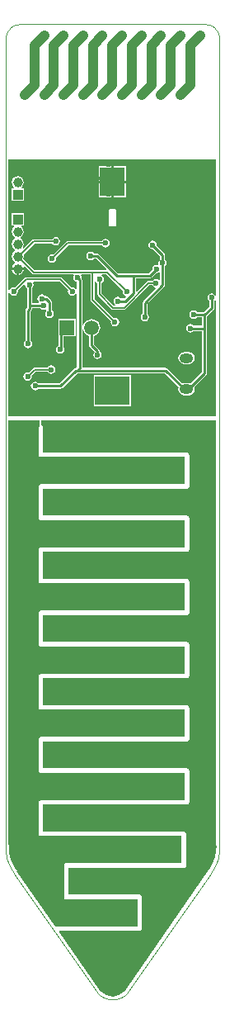
<source format=gbl>
G04*
G04 #@! TF.GenerationSoftware,Altium Limited,Altium Designer,19.1.5 (86)*
G04*
G04 Layer_Physical_Order=2*
G04 Layer_Color=16711680*
%FSLAX25Y25*%
%MOIN*%
G70*
G01*
G75*
%ADD14C,0.00600*%
%ADD15C,0.00050*%
%ADD67C,0.03937*%
%ADD68C,0.01000*%
%ADD72C,0.03937*%
%ADD73R,0.03937X0.03937*%
%ADD74C,0.05906*%
%ADD75R,0.05906X0.05906*%
%ADD76O,0.05512X0.03937*%
%ADD77C,0.02362*%
%ADD78R,0.10236X0.11811*%
%ADD79R,0.14173X0.11811*%
G36*
X62580Y293366D02*
Y290664D01*
X62248Y290523D01*
X62080Y290486D01*
X61556Y290836D01*
X60900Y290967D01*
X60244Y290836D01*
X59688Y290465D01*
X59423Y290068D01*
X57953D01*
X57641Y290006D01*
X57376Y289829D01*
X57376Y289829D01*
X53281Y285735D01*
X52820Y285926D01*
Y291280D01*
X58400D01*
X58790Y291358D01*
X59121Y291579D01*
X60873Y293331D01*
X61100Y293286D01*
X61756Y293416D01*
X62080Y293633D01*
X62580Y293366D01*
D02*
G37*
G36*
X47579Y286168D02*
X47486Y285700D01*
X47616Y285044D01*
X47988Y284488D01*
X48544Y284116D01*
X48620Y284101D01*
X48765Y283623D01*
X48162Y283020D01*
X46741D01*
X46612Y283212D01*
X46056Y283584D01*
X45400Y283714D01*
X44744Y283584D01*
X44188Y283212D01*
X43816Y282656D01*
X43686Y282000D01*
X43816Y281344D01*
X44188Y280788D01*
X44409Y280640D01*
X44266Y280188D01*
X43814Y280138D01*
X38916Y285036D01*
Y289323D01*
X39312Y289588D01*
X39684Y290144D01*
X39814Y290800D01*
X39684Y291456D01*
X39312Y292012D01*
X38904Y292284D01*
X39056Y292784D01*
X40962D01*
X47579Y286168D01*
D02*
G37*
G36*
X25379Y286368D02*
X25286Y285900D01*
X25416Y285244D01*
X25788Y284688D01*
X26344Y284316D01*
X27000Y284186D01*
X27656Y284316D01*
X28212Y284688D01*
X28480Y285090D01*
X28980Y284938D01*
Y255271D01*
X28729Y255020D01*
X28631D01*
X28240Y254942D01*
X27910Y254721D01*
X21893Y248704D01*
X13359D01*
X13230Y248897D01*
X12674Y249268D01*
X12018Y249399D01*
X11362Y249268D01*
X10806Y248897D01*
X10435Y248341D01*
X10304Y247685D01*
X10435Y247029D01*
X10806Y246473D01*
X11362Y246101D01*
X12018Y245971D01*
X12674Y246101D01*
X13230Y246473D01*
X13359Y246665D01*
X22315D01*
X22705Y246743D01*
X23036Y246964D01*
X29053Y252980D01*
X64491D01*
X70174Y247297D01*
X69996Y246401D01*
X70187Y245438D01*
X70733Y244621D01*
X71549Y244075D01*
X72513Y243884D01*
X74087D01*
X75051Y244075D01*
X75867Y244621D01*
X76413Y245438D01*
X76604Y246401D01*
X76426Y247297D01*
X81321Y252192D01*
X81542Y252523D01*
X81620Y252913D01*
Y271106D01*
Y275989D01*
X84159Y278529D01*
X84380Y278859D01*
X84458Y279250D01*
Y282021D01*
X84650Y282150D01*
X84827Y282414D01*
X85327Y282262D01*
Y235625D01*
X1313D01*
Y285114D01*
X1813Y285163D01*
X1816Y285144D01*
X2188Y284588D01*
X2744Y284216D01*
X3400Y284086D01*
X4056Y284216D01*
X4612Y284588D01*
X4984Y285144D01*
X5114Y285800D01*
X5021Y286267D01*
X7531Y288778D01*
X7992Y288532D01*
X7986Y288500D01*
X8116Y287844D01*
X8488Y287288D01*
X8680Y287159D01*
Y280214D01*
Y279222D01*
X8470Y279012D01*
X8249Y278681D01*
X8172Y278291D01*
Y266012D01*
X7979Y265883D01*
X7608Y265327D01*
X7477Y264671D01*
X7608Y264016D01*
X7979Y263459D01*
X8535Y263088D01*
X9191Y262957D01*
X9847Y263088D01*
X10403Y263459D01*
X10775Y264016D01*
X10905Y264671D01*
X10775Y265327D01*
X10403Y265883D01*
X10211Y266012D01*
Y277869D01*
X10421Y278079D01*
X10642Y278410D01*
X10720Y278800D01*
Y279180D01*
X14159D01*
X14288Y278988D01*
X14844Y278616D01*
X15500Y278486D01*
X16086Y278603D01*
X16365Y278463D01*
X16579Y278305D01*
X16600Y278020D01*
X16590Y277997D01*
X16229Y277456D01*
X16099Y276800D01*
X16229Y276144D01*
X16601Y275588D01*
X17157Y275216D01*
X17813Y275086D01*
X18469Y275216D01*
X19025Y275588D01*
X19396Y276144D01*
X19527Y276800D01*
X19396Y277456D01*
X19025Y278012D01*
X18832Y278141D01*
Y281587D01*
X18755Y281978D01*
X18533Y282308D01*
X17121Y283721D01*
X16790Y283942D01*
X16400Y284020D01*
X16041D01*
X15912Y284212D01*
X15356Y284584D01*
X14700Y284714D01*
X14044Y284584D01*
X13488Y284212D01*
X13116Y283656D01*
X12986Y283000D01*
X13116Y282344D01*
X13488Y281788D01*
X13590Y281720D01*
X13439Y281220D01*
X10720D01*
Y287159D01*
X10912Y287288D01*
X11284Y287844D01*
X11414Y288500D01*
X11284Y289156D01*
X11064Y289484D01*
X11331Y289984D01*
X21762D01*
X25379Y286368D01*
D02*
G37*
G36*
X85327Y284461D02*
X84827Y284310D01*
X84650Y284574D01*
X84094Y284946D01*
X83438Y285076D01*
X82782Y284946D01*
X82226Y284574D01*
X81854Y284018D01*
X81724Y283362D01*
X81854Y282706D01*
X82226Y282150D01*
X82419Y282021D01*
Y279672D01*
X80266Y277520D01*
X77541D01*
X77412Y277712D01*
X76856Y278084D01*
X76200Y278214D01*
X75544Y278084D01*
X74988Y277712D01*
X74616Y277156D01*
X74486Y276500D01*
X74616Y275844D01*
X74988Y275288D01*
X75544Y274916D01*
X76200Y274786D01*
X76856Y274916D01*
X77412Y275288D01*
X77541Y275480D01*
X79580D01*
Y272020D01*
X76141D01*
X76012Y272212D01*
X75456Y272584D01*
X74800Y272714D01*
X74144Y272584D01*
X73588Y272212D01*
X73216Y271656D01*
X73086Y271000D01*
X73216Y270344D01*
X73588Y269788D01*
X74144Y269416D01*
X74800Y269286D01*
X75456Y269416D01*
X76012Y269788D01*
X76141Y269980D01*
X79580D01*
Y253336D01*
X74984Y248739D01*
X74087Y248918D01*
X72513D01*
X71616Y248739D01*
X65634Y254721D01*
X65304Y254942D01*
X64913Y255020D01*
X31020D01*
Y270491D01*
X31520Y270524D01*
X31536Y270399D01*
X31884Y269559D01*
X32438Y268837D01*
X33159Y268284D01*
X33880Y267985D01*
Y264200D01*
X33958Y263810D01*
X34179Y263479D01*
X36054Y261604D01*
X36045Y261508D01*
X35673Y260952D01*
X35543Y260296D01*
X35673Y259640D01*
X36045Y259084D01*
X36601Y258713D01*
X37257Y258582D01*
X37913Y258713D01*
X38469Y259084D01*
X38840Y259640D01*
X38971Y260296D01*
X38840Y260952D01*
X38469Y261508D01*
X38276Y261637D01*
Y261843D01*
X38199Y262233D01*
X37978Y262564D01*
X35920Y264622D01*
Y267985D01*
X36641Y268284D01*
X37363Y268837D01*
X37916Y269559D01*
X38264Y270399D01*
X38383Y271300D01*
X38264Y272201D01*
X37916Y273041D01*
X37363Y273762D01*
X36641Y274316D01*
X35801Y274664D01*
X34900Y274782D01*
X33999Y274664D01*
X33159Y274316D01*
X32438Y273762D01*
X31884Y273041D01*
X31536Y272201D01*
X31520Y272076D01*
X31020Y272109D01*
Y290557D01*
X30942Y290947D01*
X30855Y291076D01*
X30911Y291359D01*
X30781Y292015D01*
X30601Y292284D01*
X30868Y292784D01*
X34481D01*
Y282504D01*
X34481Y282504D01*
X34543Y282192D01*
X34719Y281927D01*
X42679Y273968D01*
X42586Y273500D01*
X42716Y272844D01*
X43088Y272288D01*
X43644Y271916D01*
X44300Y271786D01*
X44956Y271916D01*
X45512Y272288D01*
X45884Y272844D01*
X46014Y273500D01*
X45884Y274156D01*
X45512Y274712D01*
X44956Y275084D01*
X44300Y275214D01*
X43832Y275121D01*
X36112Y282842D01*
Y289850D01*
X36612Y290001D01*
X36888Y289588D01*
X37284Y289323D01*
Y284698D01*
X37284Y284698D01*
X37346Y284386D01*
X37523Y284121D01*
X42911Y278733D01*
X42911Y278733D01*
X43176Y278556D01*
X43488Y278495D01*
X48010D01*
X48010Y278494D01*
X48322Y278556D01*
X48587Y278733D01*
X58291Y288437D01*
X59423D01*
X59688Y288041D01*
X60244Y287669D01*
X60641Y287590D01*
X60807Y287049D01*
X55679Y281921D01*
X55458Y281590D01*
X55380Y281200D01*
Y276836D01*
X55188Y276708D01*
X54816Y276151D01*
X54686Y275496D01*
X54816Y274840D01*
X55188Y274284D01*
X55744Y273912D01*
X56400Y273781D01*
X57056Y273912D01*
X57612Y274284D01*
X57984Y274840D01*
X58114Y275496D01*
X57984Y276151D01*
X57612Y276708D01*
X57420Y276836D01*
Y280778D01*
X64321Y287679D01*
X64542Y288010D01*
X64620Y288400D01*
Y296048D01*
X64812Y296177D01*
X65184Y296733D01*
X65314Y297389D01*
X65184Y298045D01*
X64812Y298601D01*
X64620Y298729D01*
Y300641D01*
X64542Y301031D01*
X64321Y301361D01*
X61241Y304441D01*
X61286Y304668D01*
X61156Y305324D01*
X60785Y305880D01*
X60228Y306252D01*
X59572Y306382D01*
X58916Y306252D01*
X58360Y305880D01*
X57989Y305324D01*
X57858Y304668D01*
X57989Y304012D01*
X58360Y303456D01*
X58916Y303084D01*
X59572Y302954D01*
X59799Y302999D01*
X62580Y300218D01*
Y298729D01*
X62388Y298601D01*
X62016Y298045D01*
X61886Y297389D01*
X61961Y297014D01*
X61948Y296988D01*
X61531Y296628D01*
X61100Y296714D01*
X60444Y296584D01*
X59888Y296212D01*
X59516Y295656D01*
X59386Y295000D01*
X59431Y294773D01*
X57978Y293320D01*
X45422D01*
X37821Y300921D01*
X37490Y301142D01*
X37100Y301220D01*
X35841D01*
X35712Y301412D01*
X35156Y301784D01*
X34500Y301914D01*
X33844Y301784D01*
X33288Y301412D01*
X32916Y300856D01*
X32786Y300200D01*
X32916Y299544D01*
X33288Y298988D01*
X33844Y298616D01*
X34500Y298486D01*
X35156Y298616D01*
X35712Y298988D01*
X35841Y299180D01*
X36678D01*
X40942Y294916D01*
X40735Y294416D01*
X11738D01*
X7242Y298912D01*
X7325Y299037D01*
X7517Y300000D01*
X7340Y300887D01*
X11738Y305284D01*
X18923D01*
X19188Y304888D01*
X19744Y304516D01*
X20400Y304386D01*
X21056Y304516D01*
X21612Y304888D01*
X21984Y305444D01*
X22114Y306100D01*
X21984Y306756D01*
X21612Y307312D01*
X21056Y307684D01*
X20400Y307814D01*
X19744Y307684D01*
X19188Y307312D01*
X18923Y306916D01*
X11400D01*
X11088Y306854D01*
X10823Y306677D01*
X10823Y306677D01*
X7410Y303263D01*
X7021Y303582D01*
X7325Y304037D01*
X7517Y305000D01*
X7325Y305963D01*
X6780Y306780D01*
X6117Y307222D01*
X6103Y307263D01*
Y307736D01*
X6117Y307778D01*
X6780Y308220D01*
X7325Y309037D01*
X7517Y310000D01*
X7325Y310963D01*
X6780Y311780D01*
X6403Y312032D01*
X6555Y312531D01*
X7468D01*
Y317469D01*
X2531D01*
Y312531D01*
X3446D01*
X3597Y312032D01*
X3220Y311780D01*
X2675Y310963D01*
X2483Y310000D01*
X2675Y309037D01*
X3220Y308220D01*
X3883Y307778D01*
X3897Y307736D01*
Y307263D01*
X3883Y307222D01*
X3220Y306780D01*
X2675Y305963D01*
X2483Y305000D01*
X2675Y304037D01*
X3220Y303220D01*
X3883Y302778D01*
X3897Y302736D01*
Y302263D01*
X3883Y302222D01*
X3220Y301780D01*
X2675Y300963D01*
X2483Y300000D01*
X2675Y299037D01*
X3220Y298220D01*
X3883Y297778D01*
X3897Y297737D01*
Y297264D01*
X3883Y297222D01*
X3220Y296780D01*
X2675Y295963D01*
X2583Y295500D01*
X5000D01*
X7417D01*
X7362Y295777D01*
X7823Y296023D01*
X10823Y293023D01*
X10823Y293023D01*
X11088Y292846D01*
X11400Y292784D01*
X11400Y292784D01*
X27527D01*
X27794Y292284D01*
X27614Y292015D01*
X27483Y291359D01*
X27614Y290703D01*
X27986Y290147D01*
X28542Y289776D01*
X28980Y289688D01*
Y286862D01*
X28480Y286710D01*
X28212Y287112D01*
X27656Y287484D01*
X27000Y287614D01*
X26533Y287521D01*
X22677Y291377D01*
X22412Y291554D01*
X22100Y291616D01*
X22100Y291616D01*
X8400D01*
X8400Y291616D01*
X8088Y291554D01*
X7823Y291377D01*
X7823Y291377D01*
X3867Y287421D01*
X3400Y287514D01*
X2744Y287384D01*
X2188Y287012D01*
X1816Y286456D01*
X1813Y286437D01*
X1313Y286486D01*
Y339159D01*
X85327D01*
Y284461D01*
D02*
G37*
G36*
X13859Y231851D02*
X13870Y231825D01*
X13861Y231798D01*
X13926Y231678D01*
X13769Y231574D01*
X13572Y231278D01*
X13502Y230929D01*
Y219949D01*
X13572Y219601D01*
X13769Y219305D01*
X14065Y219108D01*
X14413Y219038D01*
X72557D01*
Y208109D01*
X14413D01*
X14065Y208039D01*
X13769Y207842D01*
X13572Y207546D01*
X13502Y207198D01*
Y194446D01*
X13572Y194097D01*
X13769Y193802D01*
X14065Y193604D01*
X14413Y193535D01*
X72557D01*
Y182606D01*
X14413D01*
X14065Y182536D01*
X13769Y182339D01*
X13572Y182043D01*
X13502Y181694D01*
Y168943D01*
X13572Y168594D01*
X13769Y168298D01*
X14065Y168101D01*
X14413Y168031D01*
X72557D01*
Y157102D01*
X14413D01*
X14065Y157033D01*
X13769Y156835D01*
X13572Y156540D01*
X13502Y156191D01*
Y143439D01*
X13572Y143091D01*
X13769Y142795D01*
X14065Y142597D01*
X14413Y142528D01*
X72557D01*
Y131599D01*
X14413D01*
X14065Y131529D01*
X13769Y131332D01*
X13572Y131036D01*
X13502Y130688D01*
Y117936D01*
X13572Y117587D01*
X13769Y117292D01*
X14065Y117094D01*
X14413Y117025D01*
X72557D01*
Y106095D01*
X14413D01*
X14065Y106026D01*
X13769Y105828D01*
X13572Y105533D01*
X13502Y105184D01*
Y92432D01*
X13572Y92084D01*
X13769Y91788D01*
X14065Y91591D01*
X14413Y91521D01*
X72557D01*
Y80592D01*
X14413D01*
X14065Y80523D01*
X13769Y80325D01*
X13572Y80029D01*
X13502Y79681D01*
Y66929D01*
X13572Y66580D01*
X13769Y66285D01*
X14065Y66087D01*
X14413Y66018D01*
X71289D01*
Y55089D01*
X24610D01*
X24261Y55019D01*
X23966Y54822D01*
X23768Y54526D01*
X23699Y54177D01*
Y41426D01*
X23768Y41077D01*
X23966Y40781D01*
X24261Y40584D01*
X24610Y40515D01*
X53432D01*
Y29585D01*
X20562D01*
X20213Y29516D01*
X20195Y29503D01*
X4660Y51689D01*
X4677Y51700D01*
X3786Y53033D01*
X2723Y55190D01*
X1949Y57468D01*
X1480Y59827D01*
X1355Y61734D01*
X1338Y62227D01*
D01*
X1338Y62227D01*
X1313Y62716D01*
Y233900D01*
X13859D01*
Y231851D01*
D02*
G37*
G36*
X85327Y233900D02*
Y62227D01*
X85338Y62172D01*
X85184Y59827D01*
X84715Y57468D01*
X83942Y55190D01*
X82878Y53033D01*
X81987Y51700D01*
X81987Y51700D01*
X81987Y51700D01*
X81992Y51672D01*
X48707Y4136D01*
X48702Y4139D01*
X47976Y3255D01*
X46981Y2438D01*
X45846Y1831D01*
X44614Y1457D01*
X43332Y1331D01*
X42051Y1457D01*
X40819Y1831D01*
X39683Y2438D01*
X38688Y3255D01*
X37962Y4139D01*
X37957Y4136D01*
X21724Y27319D01*
X21955Y27763D01*
X54343D01*
X54692Y27832D01*
X54987Y28030D01*
X55185Y28325D01*
X55254Y28674D01*
Y41426D01*
X55185Y41774D01*
X54987Y42070D01*
X54692Y42268D01*
X54343Y42337D01*
X25521D01*
Y53266D01*
X72201D01*
X72549Y53336D01*
X72845Y53533D01*
X73043Y53829D01*
X73112Y54177D01*
Y66929D01*
X73043Y67278D01*
X72845Y67573D01*
X72549Y67771D01*
X72201Y67840D01*
X15325D01*
Y78770D01*
X73469D01*
X73817Y78839D01*
X74113Y79036D01*
X74310Y79332D01*
X74380Y79681D01*
Y92432D01*
X74310Y92781D01*
X74113Y93077D01*
X73817Y93274D01*
X73469Y93344D01*
X15325D01*
Y104273D01*
X73469D01*
X73817Y104342D01*
X74113Y104540D01*
X74310Y104835D01*
X74380Y105184D01*
Y117936D01*
X74310Y118285D01*
X74113Y118580D01*
X73817Y118778D01*
X73469Y118847D01*
X15325D01*
Y129776D01*
X73469D01*
X73817Y129846D01*
X74113Y130043D01*
X74310Y130339D01*
X74380Y130688D01*
Y143439D01*
X74310Y143788D01*
X74113Y144084D01*
X73817Y144281D01*
X73469Y144351D01*
X15325D01*
Y155280D01*
X73469D01*
X73817Y155349D01*
X74113Y155547D01*
X74310Y155842D01*
X74380Y156191D01*
Y168943D01*
X74310Y169291D01*
X74113Y169587D01*
X73817Y169784D01*
X73469Y169854D01*
X15325D01*
Y180783D01*
X73469D01*
X73817Y180852D01*
X74113Y181050D01*
X74310Y181346D01*
X74380Y181694D01*
Y194446D01*
X74310Y194795D01*
X74113Y195090D01*
X73817Y195288D01*
X73469Y195357D01*
X15325D01*
Y206287D01*
X73469D01*
X73817Y206356D01*
X74113Y206553D01*
X74310Y206849D01*
X74380Y207198D01*
Y219949D01*
X74310Y220298D01*
X74113Y220594D01*
X73817Y220791D01*
X73469Y220861D01*
X15325D01*
Y230929D01*
X15255Y231278D01*
X15058Y231574D01*
X14762Y231771D01*
X14413Y231840D01*
X14400Y231851D01*
Y233900D01*
X85327Y233900D01*
D02*
G37*
%LPC*%
G36*
X28353Y274753D02*
X21447D01*
Y268946D01*
X21428Y268847D01*
Y263973D01*
X20888Y263612D01*
X20516Y263056D01*
X20386Y262400D01*
X20516Y261744D01*
X20888Y261188D01*
X21444Y260816D01*
X22100Y260686D01*
X22756Y260816D01*
X23312Y261188D01*
X23684Y261744D01*
X23814Y262400D01*
X23684Y263056D01*
X23467Y263380D01*
Y267847D01*
X28353D01*
Y274753D01*
D02*
G37*
G36*
X18514Y256039D02*
X17858Y255908D01*
X17302Y255537D01*
X17037Y255140D01*
X11825D01*
X11825Y255140D01*
X11512Y255078D01*
X11248Y254901D01*
X9467Y253121D01*
X9000Y253214D01*
X8344Y253084D01*
X7788Y252712D01*
X7416Y252156D01*
X7286Y251500D01*
X7416Y250844D01*
X7788Y250288D01*
X8344Y249916D01*
X9000Y249786D01*
X9656Y249916D01*
X10212Y250288D01*
X10584Y250844D01*
X10714Y251500D01*
X10621Y251968D01*
X12162Y253509D01*
X17037D01*
X17302Y253113D01*
X17858Y252741D01*
X18514Y252611D01*
X19170Y252741D01*
X19726Y253113D01*
X20098Y253669D01*
X20228Y254325D01*
X20098Y254980D01*
X19726Y255537D01*
X19170Y255908D01*
X18514Y256039D01*
D02*
G37*
G36*
X50887Y252248D02*
X35713D01*
Y239437D01*
X50887D01*
Y252248D01*
D02*
G37*
G36*
X48918Y336500D02*
X43800D01*
Y330594D01*
X48918D01*
Y336500D01*
D02*
G37*
G36*
X42800D02*
X37682D01*
Y330594D01*
X42800D01*
Y336500D01*
D02*
G37*
G36*
X48918Y329594D02*
X43800D01*
Y323689D01*
X48918D01*
Y329594D01*
D02*
G37*
G36*
X42800D02*
X37682D01*
Y323689D01*
X42800D01*
Y329594D01*
D02*
G37*
G36*
X5000Y332517D02*
X4037Y332325D01*
X3220Y331780D01*
X2675Y330963D01*
X2483Y330000D01*
X2675Y329037D01*
X3220Y328220D01*
X3597Y327969D01*
X3446Y327468D01*
X2531D01*
Y322532D01*
X7468D01*
Y327468D01*
X6555D01*
X6403Y327969D01*
X6780Y328220D01*
X7325Y329037D01*
X7517Y330000D01*
X7325Y330963D01*
X6780Y331780D01*
X5963Y332325D01*
X5000Y332517D01*
D02*
G37*
G36*
X44300Y319142D02*
X42300D01*
X41917Y318983D01*
X41759Y318600D01*
Y312600D01*
X41917Y312218D01*
X42300Y312059D01*
X44300D01*
X44683Y312218D01*
X44841Y312600D01*
Y318600D01*
X44683Y318983D01*
X44300Y319142D01*
D02*
G37*
G36*
X40478Y307051D02*
X39822Y306921D01*
X39266Y306549D01*
X39001Y306153D01*
X25137D01*
X25137Y306153D01*
X24825Y306091D01*
X24560Y305914D01*
X24560Y305914D01*
X19367Y300721D01*
X18900Y300814D01*
X18244Y300684D01*
X17688Y300312D01*
X17316Y299756D01*
X17186Y299100D01*
X17316Y298444D01*
X17688Y297888D01*
X18244Y297516D01*
X18900Y297386D01*
X19556Y297516D01*
X20112Y297888D01*
X20484Y298444D01*
X20614Y299100D01*
X20521Y299568D01*
X25475Y304521D01*
X39001D01*
X39266Y304125D01*
X39822Y303754D01*
X40478Y303623D01*
X41134Y303754D01*
X41690Y304125D01*
X42061Y304681D01*
X42192Y305337D01*
X42061Y305993D01*
X41690Y306549D01*
X41134Y306921D01*
X40478Y307051D01*
D02*
G37*
G36*
X7417Y294500D02*
X5500D01*
Y292583D01*
X5963Y292675D01*
X6780Y293220D01*
X7325Y294037D01*
X7417Y294500D01*
D02*
G37*
G36*
X4500D02*
X2583D01*
X2675Y294037D01*
X3220Y293220D01*
X4037Y292675D01*
X4500Y292583D01*
Y294500D01*
D02*
G37*
G36*
X74087Y261516D02*
X72513D01*
X71549Y261325D01*
X70733Y260779D01*
X70187Y259962D01*
X69996Y258999D01*
X70187Y258036D01*
X70733Y257220D01*
X71549Y256674D01*
X72513Y256482D01*
X74087D01*
X75051Y256674D01*
X75867Y257220D01*
X76413Y258036D01*
X76604Y258999D01*
X76413Y259962D01*
X75867Y260779D01*
X75051Y261325D01*
X74087Y261516D01*
D02*
G37*
%LPD*%
D14*
X22100Y290800D02*
X27000Y285900D01*
X8400Y290800D02*
X22100D01*
X3400Y285800D02*
X8400Y290800D01*
X35296Y293600D02*
X41300D01*
X11400D02*
X35296D01*
Y282504D02*
Y293600D01*
Y282504D02*
X44300Y273500D01*
X57953Y289253D02*
X60900D01*
X48010Y279310D02*
X57953Y289253D01*
X43488Y279310D02*
X48010D01*
X38100Y284698D02*
X43488Y279310D01*
X11400Y306100D02*
X20400D01*
X5300Y300000D02*
X11400Y306100D01*
X5000Y300000D02*
X5300D01*
X25137Y305337D02*
X40478D01*
X18900Y299100D02*
X25137Y305337D01*
X9000Y251500D02*
X11825Y254325D01*
X18514D01*
X38100Y284698D02*
Y290800D01*
X41300Y293600D02*
X49200Y285700D01*
X5000Y300000D02*
X11400Y293600D01*
D15*
X83079Y50936D02*
X83633Y51771D01*
X84143Y52633D01*
X84609Y53520D01*
X85029Y54430D01*
X85403Y55360D01*
X85728Y56307D01*
X86005Y57270D01*
X86233Y58246D01*
X86410Y59232D01*
X86537Y60226D01*
X86614Y61225D01*
X86639Y62227D01*
X36882Y3383D02*
X37511Y2596D01*
X38236Y1897D01*
X39044Y1295D01*
X39922Y802D01*
X40855Y425D01*
X41830Y170D01*
X42829Y41D01*
X43836D01*
X44835Y170D01*
X45809Y425D01*
X46743Y802D01*
X47621Y1295D01*
X48428Y1897D01*
X49153Y2596D01*
X49782Y3383D01*
X25Y62227D02*
X51Y61225D01*
X127Y60226D01*
X254Y59232D01*
X432Y58246D01*
X659Y57270D01*
X936Y56307D01*
X1262Y55360D01*
X1635Y54430D01*
X2055Y53520D01*
X2521Y52633D01*
X3031Y51771D01*
X3585Y50936D01*
X5931Y393726D02*
X4905Y393636D01*
X3911Y393370D01*
X2978Y392935D01*
X2135Y392344D01*
X1407Y391616D01*
X816Y390773D01*
X381Y389840D01*
X115Y388846D01*
X25Y387820D01*
X86639Y387820D02*
X86550Y388846D01*
X86283Y389840D01*
X85848Y390773D01*
X85258Y391616D01*
X84530Y392344D01*
X83686Y392935D01*
X82753Y393370D01*
X81759Y393636D01*
X80734Y393726D01*
X86639Y62227D02*
Y387820D01*
X49782Y3383D02*
X83079Y50936D01*
X3585D02*
X36882Y3383D01*
X25Y62227D02*
Y387820D01*
X5931Y393726D02*
X80734D01*
D67*
X5000Y310000D02*
D03*
Y305000D02*
D03*
Y300000D02*
D03*
Y295000D02*
D03*
Y330000D02*
D03*
D68*
X9191Y278291D02*
X9700Y278800D01*
Y280214D01*
Y288500D01*
X9714Y280200D02*
X15500D01*
X9700Y280214D02*
X9714Y280200D01*
X80600Y276412D02*
X83438Y279250D01*
Y283362D01*
X14907Y283000D02*
X16400D01*
X17813Y281587D01*
Y276800D02*
Y281587D01*
X9191Y264671D02*
Y278291D01*
X48584Y282000D02*
X51800Y285215D01*
X45400Y282000D02*
X48584D01*
X51800Y285215D02*
Y291700D01*
X63600Y288400D02*
Y297389D01*
X56400Y281200D02*
X63600Y288400D01*
X56400Y275496D02*
Y281200D01*
X37257Y260296D02*
Y261843D01*
X34900Y264200D02*
X37257Y261843D01*
X34900Y264200D02*
Y271300D01*
X29197Y291359D02*
X30000Y290557D01*
Y254849D02*
Y290557D01*
X29151Y254000D02*
X30000Y254849D01*
X22100Y262400D02*
Y262769D01*
X22447Y263116D01*
Y268847D01*
X24900Y271300D01*
X37100Y300200D02*
X45000Y292300D01*
X34500Y300200D02*
X37100D01*
X58400Y292300D02*
X61100Y295000D01*
X45000Y292300D02*
X58400D01*
X63600Y297389D02*
Y300641D01*
X80600Y271106D02*
Y276412D01*
X80512Y276500D02*
X80600Y276412D01*
X76200Y276500D02*
X80512D01*
X29151Y254000D02*
X64913D01*
X28631D02*
X29151D01*
X64913D02*
X72513Y246401D01*
X22315Y247685D02*
X28631Y254000D01*
X72513Y246401D02*
X73300D01*
X12018Y247685D02*
X22315D01*
X80600Y252913D02*
Y271106D01*
X80494Y271000D02*
X80600Y271106D01*
X74800Y271000D02*
X80494D01*
X74087Y246401D02*
X80600Y252913D01*
X73300Y246401D02*
X74087D01*
X59572Y304668D02*
X63600Y300641D01*
D72*
X74763Y385295D02*
X78700Y389231D01*
X74763Y369153D02*
Y385295D01*
X70826Y365216D02*
X74763Y369153D01*
X66889Y385295D02*
X70826Y389231D01*
X66889Y369153D02*
Y385295D01*
X62952Y365216D02*
X66889Y369153D01*
X59015Y385295D02*
X62952Y389231D01*
X59015Y369153D02*
Y385295D01*
X55078Y365216D02*
X59015Y369153D01*
X51141Y385295D02*
X55078Y389231D01*
X51141Y369153D02*
Y385295D01*
X47204Y365216D02*
X51141Y369153D01*
X43267Y385295D02*
X47204Y389231D01*
X43267Y369153D02*
Y385295D01*
X39330Y365216D02*
X43267Y369153D01*
X35393Y385295D02*
X39330Y389231D01*
X35393Y369153D02*
Y385295D01*
X31456Y365216D02*
X35393Y369153D01*
X27519Y385295D02*
X31456Y389231D01*
X27519Y369153D02*
Y385295D01*
X23582Y365216D02*
X27519Y369153D01*
X19645Y385295D02*
X23582Y389231D01*
X19645Y369153D02*
Y385295D01*
X15708Y365216D02*
X19645Y369153D01*
X11771Y385295D02*
X15708Y389231D01*
X11771Y369153D02*
Y385295D01*
X7834Y365216D02*
X11771Y369153D01*
D73*
X5000Y315000D02*
D03*
Y325000D02*
D03*
D74*
X34900Y271300D02*
D03*
D75*
X24900D02*
D03*
D76*
X73300Y258999D02*
D03*
Y246401D02*
D03*
D77*
X63300Y261300D02*
D03*
X54500D02*
D03*
X7000Y275400D02*
D03*
X73400Y290300D02*
D03*
X83600Y275900D02*
D03*
X51700Y274640D02*
D03*
X14400Y288000D02*
D03*
X21500Y286900D02*
D03*
X57000Y306400D02*
D03*
X38700Y309400D02*
D03*
X83400Y237800D02*
D03*
X70100D02*
D03*
X56800D02*
D03*
X43500D02*
D03*
X30200D02*
D03*
X3600D02*
D03*
X16900D02*
D03*
X68500Y322600D02*
D03*
X49800Y314900D02*
D03*
X74100Y316300D02*
D03*
X65700D02*
D03*
X56000D02*
D03*
X15300Y317400D02*
D03*
X15700Y325700D02*
D03*
X52400Y321600D02*
D03*
X41900Y325200D02*
D03*
X32300D02*
D03*
X17800Y331600D02*
D03*
X27400D02*
D03*
X37000D02*
D03*
X46600D02*
D03*
X56200D02*
D03*
X65800D02*
D03*
X75400D02*
D03*
X82700Y316300D02*
D03*
X82800Y329300D02*
D03*
X83000Y335900D02*
D03*
X60900Y337200D02*
D03*
X51300D02*
D03*
X41700D02*
D03*
X32100D02*
D03*
X22500D02*
D03*
X12900D02*
D03*
X3300D02*
D03*
X51252Y21500D02*
D03*
X35504D02*
D03*
X51252Y34500D02*
D03*
X35504D02*
D03*
X51252Y47500D02*
D03*
X35504D02*
D03*
X9700Y288500D02*
D03*
X40200Y286200D02*
D03*
X44300Y273500D02*
D03*
X59400Y249800D02*
D03*
X25800Y254600D02*
D03*
X26200Y242100D02*
D03*
X5100Y256700D02*
D03*
X83600Y258400D02*
D03*
X83500Y264800D02*
D03*
X84100Y291800D02*
D03*
X81900Y296200D02*
D03*
X77300Y282900D02*
D03*
X66800Y278700D02*
D03*
X65500Y271500D02*
D03*
X69700Y268500D02*
D03*
X60900Y289253D02*
D03*
X83438Y283362D02*
D03*
X14700Y283000D02*
D03*
X17813Y276800D02*
D03*
X15500Y280200D02*
D03*
X43400Y245800D02*
D03*
X3400Y285800D02*
D03*
X9191Y264671D02*
D03*
X54030Y282169D02*
D03*
X45400Y282000D02*
D03*
X82700Y323100D02*
D03*
X75200Y322800D02*
D03*
X60800Y323000D02*
D03*
X60900Y310600D02*
D03*
X24900Y320000D02*
D03*
X4700Y319800D02*
D03*
X10500Y310600D02*
D03*
X19100Y310200D02*
D03*
X26300Y302800D02*
D03*
X12378Y298800D02*
D03*
X20700Y295600D02*
D03*
X45700Y261300D02*
D03*
X72400Y253700D02*
D03*
X65200Y286700D02*
D03*
X37257Y260296D02*
D03*
X20400Y306100D02*
D03*
X40478Y305337D02*
D03*
X18900Y299100D02*
D03*
X27000Y285900D02*
D03*
X22100Y262400D02*
D03*
X9000Y251500D02*
D03*
X18514Y254325D02*
D03*
X38100Y290800D02*
D03*
X34500Y300200D02*
D03*
X61100Y295000D02*
D03*
X63600Y297389D02*
D03*
X76200Y276500D02*
D03*
X74800Y271000D02*
D03*
X12018Y247685D02*
D03*
X29197Y291359D02*
D03*
X49200Y285700D02*
D03*
X56400Y275496D02*
D03*
X59572Y304668D02*
D03*
X66858Y226000D02*
D03*
X51110D02*
D03*
X35362D02*
D03*
X19614D02*
D03*
X47072Y294710D02*
D03*
Y299041D02*
D03*
X51403Y294710D02*
D03*
Y299041D02*
D03*
X19756Y201000D02*
D03*
Y188000D02*
D03*
Y175500D02*
D03*
Y162500D02*
D03*
Y150000D02*
D03*
Y137000D02*
D03*
Y124500D02*
D03*
Y111500D02*
D03*
Y98500D02*
D03*
Y86000D02*
D03*
Y73500D02*
D03*
Y60500D02*
D03*
X35504Y201000D02*
D03*
Y188000D02*
D03*
Y175500D02*
D03*
Y162500D02*
D03*
Y150000D02*
D03*
Y137000D02*
D03*
Y124500D02*
D03*
Y111500D02*
D03*
Y98500D02*
D03*
Y86000D02*
D03*
Y73500D02*
D03*
Y60500D02*
D03*
X51252Y201000D02*
D03*
Y188000D02*
D03*
Y175500D02*
D03*
Y162500D02*
D03*
Y150000D02*
D03*
Y137000D02*
D03*
Y124500D02*
D03*
Y111500D02*
D03*
Y98500D02*
D03*
Y86000D02*
D03*
Y73500D02*
D03*
Y60500D02*
D03*
X67000D02*
D03*
Y73500D02*
D03*
Y86000D02*
D03*
Y98500D02*
D03*
Y111500D02*
D03*
Y124500D02*
D03*
Y137000D02*
D03*
Y150000D02*
D03*
Y162500D02*
D03*
Y175500D02*
D03*
Y188000D02*
D03*
Y201000D02*
D03*
X19685Y213500D02*
D03*
X35433D02*
D03*
X51181D02*
D03*
X66929D02*
D03*
X62952Y365216D02*
D03*
X55078D02*
D03*
X47204D02*
D03*
X39330D02*
D03*
X31456D02*
D03*
X23582D02*
D03*
X15708D02*
D03*
X7834D02*
D03*
X15708Y389231D02*
D03*
X23582D02*
D03*
X31456D02*
D03*
X39330D02*
D03*
X47204D02*
D03*
X55078D02*
D03*
X62952D02*
D03*
X70826D02*
D03*
Y365216D02*
D03*
X78700Y389231D02*
D03*
D78*
X43300Y330095D02*
D03*
D79*
Y245843D02*
D03*
M02*

</source>
